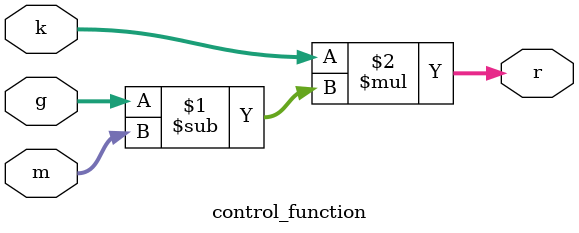
<source format=v>
module control_function(k, g, m, r);

	input [7:0] k;
	input signed [8:0] g, m;
	output signed [8:0] r;
	
	assign r = k * (g - m);
	
endmodule
</source>
